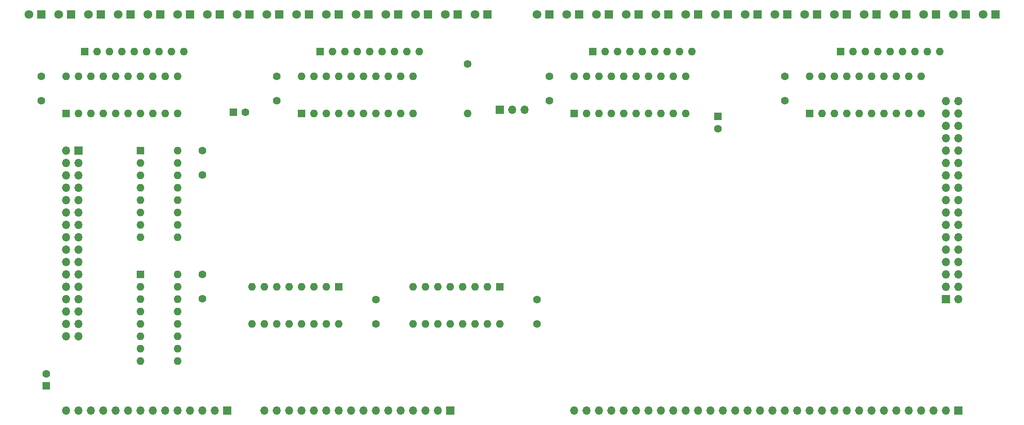
<source format=gbs>
G04 #@! TF.GenerationSoftware,KiCad,Pcbnew,(7.0.0)*
G04 #@! TF.CreationDate,2023-09-24T17:47:34-07:00*
G04 #@! TF.ProjectId,peripheral_connect,70657269-7068-4657-9261-6c5f636f6e6e,rev?*
G04 #@! TF.SameCoordinates,Original*
G04 #@! TF.FileFunction,Soldermask,Bot*
G04 #@! TF.FilePolarity,Negative*
%FSLAX46Y46*%
G04 Gerber Fmt 4.6, Leading zero omitted, Abs format (unit mm)*
G04 Created by KiCad (PCBNEW (7.0.0)) date 2023-09-24 17:47:34*
%MOMM*%
%LPD*%
G01*
G04 APERTURE LIST*
%ADD10R,1.800000X1.800000*%
%ADD11C,1.800000*%
%ADD12R,1.700000X1.700000*%
%ADD13O,1.700000X1.700000*%
%ADD14R,1.600000X1.600000*%
%ADD15O,1.600000X1.600000*%
%ADD16C,1.600000*%
G04 APERTURE END LIST*
D10*
X251459999Y-63499999D03*
D11*
X248920000Y-63500000D03*
D12*
X63499999Y-91439999D03*
D13*
X60959999Y-91439999D03*
X63499999Y-93979999D03*
X60959999Y-93979999D03*
X63499999Y-96519999D03*
X60959999Y-96519999D03*
X63499999Y-99059999D03*
X60959999Y-99059999D03*
X63499999Y-101599999D03*
X60959999Y-101599999D03*
X63499999Y-104139999D03*
X60959999Y-104139999D03*
X63499999Y-106679999D03*
X60959999Y-106679999D03*
X63499999Y-109219999D03*
X60959999Y-109219999D03*
X63499999Y-111759999D03*
X60959999Y-111759999D03*
X63499999Y-114299999D03*
X60959999Y-114299999D03*
X63499999Y-116839999D03*
X60959999Y-116839999D03*
X63499999Y-119379999D03*
X60959999Y-119379999D03*
X63499999Y-121919999D03*
X60959999Y-121919999D03*
X63499999Y-124459999D03*
X60959999Y-124459999D03*
X63499999Y-126999999D03*
X60959999Y-126999999D03*
X63499999Y-129539999D03*
X60959999Y-129539999D03*
D10*
X80263999Y-63499999D03*
D11*
X77724000Y-63500000D03*
D14*
X76199999Y-116839999D03*
D15*
X76199999Y-119379999D03*
X76199999Y-121919999D03*
X76199999Y-124459999D03*
X76199999Y-126999999D03*
X76199999Y-129539999D03*
X76199999Y-132079999D03*
X76199999Y-134619999D03*
X83819999Y-134619999D03*
X83819999Y-132079999D03*
X83819999Y-129539999D03*
X83819999Y-126999999D03*
X83819999Y-124459999D03*
X83819999Y-121919999D03*
X83819999Y-119379999D03*
X83819999Y-116839999D03*
D10*
X202691999Y-63499999D03*
D11*
X200152000Y-63500000D03*
D12*
X139699999Y-144779999D03*
D13*
X137159999Y-144779999D03*
X134619999Y-144779999D03*
X132079999Y-144779999D03*
X129539999Y-144779999D03*
X126999999Y-144779999D03*
X124459999Y-144779999D03*
X121919999Y-144779999D03*
X119379999Y-144779999D03*
X116839999Y-144779999D03*
X114299999Y-144779999D03*
X111759999Y-144779999D03*
X109219999Y-144779999D03*
X106679999Y-144779999D03*
X104139999Y-144779999D03*
X101599999Y-144779999D03*
D14*
X95249999Y-83565999D03*
D16*
X97750000Y-83566000D03*
D14*
X60959999Y-83819999D03*
D15*
X63499999Y-83819999D03*
X66039999Y-83819999D03*
X68579999Y-83819999D03*
X71119999Y-83819999D03*
X73659999Y-83819999D03*
X76199999Y-83819999D03*
X78739999Y-83819999D03*
X81279999Y-83819999D03*
X83819999Y-83819999D03*
X83819999Y-76199999D03*
X81279999Y-76199999D03*
X78739999Y-76199999D03*
X76199999Y-76199999D03*
X73659999Y-76199999D03*
X71119999Y-76199999D03*
X68579999Y-76199999D03*
X66039999Y-76199999D03*
X63499999Y-76199999D03*
X60959999Y-76199999D03*
D10*
X172211999Y-63499999D03*
D11*
X169672000Y-63500000D03*
D10*
X178307999Y-63499999D03*
D11*
X175768000Y-63500000D03*
D10*
X104647999Y-63499999D03*
D11*
X102108000Y-63500000D03*
D12*
X241299999Y-121919999D03*
D13*
X243839999Y-121919999D03*
X241299999Y-119379999D03*
X243839999Y-119379999D03*
X241299999Y-116839999D03*
X243839999Y-116839999D03*
X241299999Y-114299999D03*
X243839999Y-114299999D03*
X241299999Y-111759999D03*
X243839999Y-111759999D03*
X241299999Y-109219999D03*
X243839999Y-109219999D03*
X241299999Y-106679999D03*
X243839999Y-106679999D03*
X241299999Y-104139999D03*
X243839999Y-104139999D03*
X241299999Y-101599999D03*
X243839999Y-101599999D03*
X241299999Y-99059999D03*
X243839999Y-99059999D03*
X241299999Y-96519999D03*
X243839999Y-96519999D03*
X241299999Y-93979999D03*
X243839999Y-93979999D03*
X241299999Y-91439999D03*
X243839999Y-91439999D03*
X241299999Y-88899999D03*
X243839999Y-88899999D03*
X241299999Y-86359999D03*
X243839999Y-86359999D03*
X241299999Y-83819999D03*
X243839999Y-83819999D03*
X241299999Y-81279999D03*
X243839999Y-81279999D03*
D10*
X214883999Y-63499999D03*
D11*
X212344000Y-63500000D03*
D12*
X149874999Y-83057999D03*
D13*
X152414999Y-83057999D03*
X154954999Y-83057999D03*
D10*
X245363999Y-63499999D03*
D11*
X242824000Y-63500000D03*
D16*
X88900000Y-91440000D03*
X88900000Y-96440000D03*
D14*
X165099999Y-83819999D03*
D15*
X167639999Y-83819999D03*
X170179999Y-83819999D03*
X172719999Y-83819999D03*
X175259999Y-83819999D03*
X177799999Y-83819999D03*
X180339999Y-83819999D03*
X182879999Y-83819999D03*
X185419999Y-83819999D03*
X187959999Y-83819999D03*
X187959999Y-76199999D03*
X185419999Y-76199999D03*
X182879999Y-76199999D03*
X180339999Y-76199999D03*
X177799999Y-76199999D03*
X175259999Y-76199999D03*
X172719999Y-76199999D03*
X170179999Y-76199999D03*
X167639999Y-76199999D03*
X165099999Y-76199999D03*
D10*
X135127999Y-63499999D03*
D11*
X132588000Y-63500000D03*
D14*
X76199999Y-91439999D03*
D15*
X76199999Y-93979999D03*
X76199999Y-96519999D03*
X76199999Y-99059999D03*
X76199999Y-101599999D03*
X76199999Y-104139999D03*
X76199999Y-106679999D03*
X76199999Y-109219999D03*
X83819999Y-109219999D03*
X83819999Y-106679999D03*
X83819999Y-104139999D03*
X83819999Y-101599999D03*
X83819999Y-99059999D03*
X83819999Y-96519999D03*
X83819999Y-93979999D03*
X83819999Y-91439999D03*
D10*
X74167999Y-63499999D03*
D11*
X71628000Y-63500000D03*
D10*
X196595999Y-63499999D03*
D11*
X194056000Y-63500000D03*
D16*
X124460000Y-127000000D03*
X124460000Y-122000000D03*
D10*
X227075999Y-63499999D03*
D11*
X224536000Y-63500000D03*
D10*
X160019999Y-63499999D03*
D11*
X157480000Y-63500000D03*
D10*
X166115999Y-63499999D03*
D11*
X163576000Y-63500000D03*
D10*
X233171999Y-63499999D03*
D11*
X230632000Y-63500000D03*
D10*
X92455999Y-63499999D03*
D11*
X89916000Y-63500000D03*
D14*
X219709999Y-71119999D03*
D15*
X222249999Y-71119999D03*
X224789999Y-71119999D03*
X227329999Y-71119999D03*
X229869999Y-71119999D03*
X232409999Y-71119999D03*
X234949999Y-71119999D03*
X237489999Y-71119999D03*
X240029999Y-71119999D03*
D16*
X157480000Y-127000000D03*
X157480000Y-122000000D03*
D14*
X149859999Y-119379999D03*
D15*
X147319999Y-119379999D03*
X144779999Y-119379999D03*
X142239999Y-119379999D03*
X139699999Y-119379999D03*
X137159999Y-119379999D03*
X134619999Y-119379999D03*
X132079999Y-119379999D03*
X132079999Y-126999999D03*
X134619999Y-126999999D03*
X137159999Y-126999999D03*
X139699999Y-126999999D03*
X142239999Y-126999999D03*
X144779999Y-126999999D03*
X147319999Y-126999999D03*
X149859999Y-126999999D03*
D10*
X129031999Y-63499999D03*
D11*
X126492000Y-63500000D03*
D14*
X64769999Y-71119999D03*
D15*
X67309999Y-71119999D03*
X69849999Y-71119999D03*
X72389999Y-71119999D03*
X74929999Y-71119999D03*
X77469999Y-71119999D03*
X80009999Y-71119999D03*
X82549999Y-71119999D03*
X85089999Y-71119999D03*
D14*
X168909999Y-71119999D03*
D15*
X171449999Y-71119999D03*
X173989999Y-71119999D03*
X176529999Y-71119999D03*
X179069999Y-71119999D03*
X181609999Y-71119999D03*
X184149999Y-71119999D03*
X186689999Y-71119999D03*
X189229999Y-71119999D03*
D14*
X56895999Y-139699999D03*
D16*
X56896000Y-137200000D03*
D10*
X68071999Y-63504499D03*
D11*
X65532000Y-63504500D03*
D10*
X86359999Y-63499999D03*
D11*
X83820000Y-63500000D03*
D12*
X93979999Y-144779999D03*
D13*
X91439999Y-144779999D03*
X88899999Y-144779999D03*
X86359999Y-144779999D03*
X83819999Y-144779999D03*
X81279999Y-144779999D03*
X78739999Y-144779999D03*
X76199999Y-144779999D03*
X73659999Y-144779999D03*
X71119999Y-144779999D03*
X68579999Y-144779999D03*
X66039999Y-144779999D03*
X63499999Y-144779999D03*
X60959999Y-144779999D03*
D10*
X147319999Y-63499999D03*
D11*
X144780000Y-63500000D03*
D16*
X104140000Y-76200000D03*
X104140000Y-81200000D03*
D14*
X109219999Y-83819999D03*
D15*
X111759999Y-83819999D03*
X114299999Y-83819999D03*
X116839999Y-83819999D03*
X119379999Y-83819999D03*
X121919999Y-83819999D03*
X124459999Y-83819999D03*
X126999999Y-83819999D03*
X129539999Y-83819999D03*
X132079999Y-83819999D03*
X132079999Y-76199999D03*
X129539999Y-76199999D03*
X126999999Y-76199999D03*
X124459999Y-76199999D03*
X121919999Y-76199999D03*
X119379999Y-76199999D03*
X116839999Y-76199999D03*
X114299999Y-76199999D03*
X111759999Y-76199999D03*
X109219999Y-76199999D03*
D10*
X122935999Y-63499999D03*
D11*
X120396000Y-63500000D03*
D10*
X141223999Y-63499999D03*
D11*
X138684000Y-63500000D03*
D16*
X88900000Y-116840000D03*
X88900000Y-121840000D03*
D10*
X116839999Y-63499999D03*
D11*
X114300000Y-63500000D03*
D10*
X208787999Y-63499999D03*
D11*
X206248000Y-63500000D03*
D10*
X184403999Y-63499999D03*
D11*
X181864000Y-63500000D03*
D16*
X143256000Y-73660000D03*
D15*
X143255999Y-83819999D03*
D16*
X55880000Y-81200000D03*
X55880000Y-76200000D03*
D14*
X213359999Y-83819999D03*
D15*
X215899999Y-83819999D03*
X218439999Y-83819999D03*
X220979999Y-83819999D03*
X223519999Y-83819999D03*
X226059999Y-83819999D03*
X228599999Y-83819999D03*
X231139999Y-83819999D03*
X233679999Y-83819999D03*
X236219999Y-83819999D03*
X236219999Y-76199999D03*
X233679999Y-76199999D03*
X231139999Y-76199999D03*
X228599999Y-76199999D03*
X226059999Y-76199999D03*
X223519999Y-76199999D03*
X220979999Y-76199999D03*
X218439999Y-76199999D03*
X215899999Y-76199999D03*
X213359999Y-76199999D03*
D14*
X116839999Y-119379999D03*
D15*
X114299999Y-119379999D03*
X111759999Y-119379999D03*
X109219999Y-119379999D03*
X106679999Y-119379999D03*
X104139999Y-119379999D03*
X101599999Y-119379999D03*
X99059999Y-119379999D03*
X99059999Y-126999999D03*
X101599999Y-126999999D03*
X104139999Y-126999999D03*
X106679999Y-126999999D03*
X109219999Y-126999999D03*
X111759999Y-126999999D03*
X114299999Y-126999999D03*
X116839999Y-126999999D03*
D10*
X190499999Y-63499999D03*
D11*
X187960000Y-63500000D03*
D10*
X98551999Y-63499999D03*
D11*
X96012000Y-63500000D03*
D10*
X110743999Y-63499999D03*
D11*
X108204000Y-63500000D03*
D14*
X113029999Y-71119999D03*
D15*
X115569999Y-71119999D03*
X118109999Y-71119999D03*
X120649999Y-71119999D03*
X123189999Y-71119999D03*
X125729999Y-71119999D03*
X128269999Y-71119999D03*
X130809999Y-71119999D03*
X133349999Y-71119999D03*
D16*
X160020000Y-81200000D03*
X160020000Y-76200000D03*
D14*
X194563999Y-84415620D03*
D16*
X194564000Y-86915621D03*
D10*
X220979999Y-63499999D03*
D11*
X218440000Y-63500000D03*
D12*
X243839999Y-144779999D03*
D13*
X241299999Y-144779999D03*
X238759999Y-144779999D03*
X236219999Y-144779999D03*
X233679999Y-144779999D03*
X231139999Y-144779999D03*
X228599999Y-144779999D03*
X226059999Y-144779999D03*
X223519999Y-144779999D03*
X220979999Y-144779999D03*
X218439999Y-144779999D03*
X215899999Y-144779999D03*
X213359999Y-144779999D03*
X210819999Y-144779999D03*
X208279999Y-144779999D03*
X205739999Y-144779999D03*
X203199999Y-144779999D03*
X200659999Y-144779999D03*
X198119999Y-144779999D03*
X195579999Y-144779999D03*
X193039999Y-144779999D03*
X190499999Y-144779999D03*
X187959999Y-144779999D03*
X185419999Y-144779999D03*
X182879999Y-144779999D03*
X180339999Y-144779999D03*
X177799999Y-144779999D03*
X175259999Y-144779999D03*
X172719999Y-144779999D03*
X170179999Y-144779999D03*
X167639999Y-144779999D03*
X165099999Y-144779999D03*
D16*
X208280000Y-76200000D03*
X208280000Y-81200000D03*
D10*
X55879999Y-63499999D03*
D11*
X53340000Y-63500000D03*
D10*
X61975999Y-63504499D03*
D11*
X59436000Y-63504500D03*
D10*
X239267999Y-63499999D03*
D11*
X236728000Y-63500000D03*
M02*

</source>
